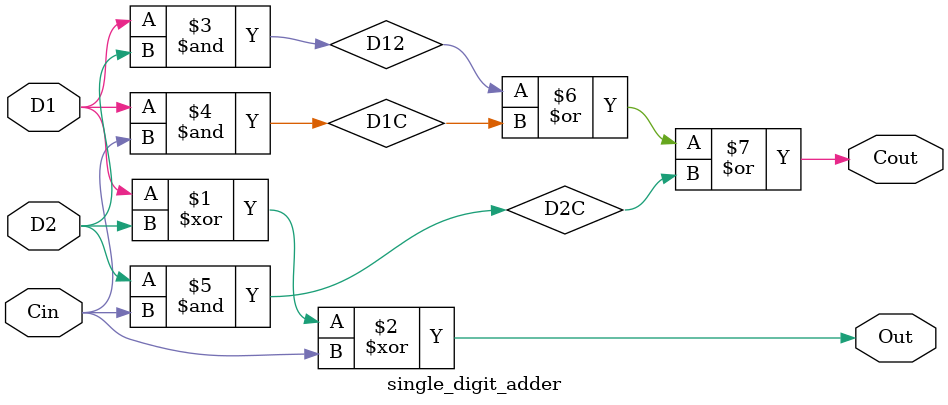
<source format=v>
module single_digit_adder (D1, D2, Cin, Cout, Out);

    input D1, D2, Cin; // input 1, 2, and carry in
    output Cout, Out; // output and carry out

    wire D12, D1C, D2C; // for calculating carry out

    xor(Out, D1, D2, Cin); // calculate output
    and(D12, D1, D2);
    and(D1C, D1, Cin);
    and(D2C, D2, Cin);
    or(Cout, D12, D1C, D2C);

endmodule
</source>
